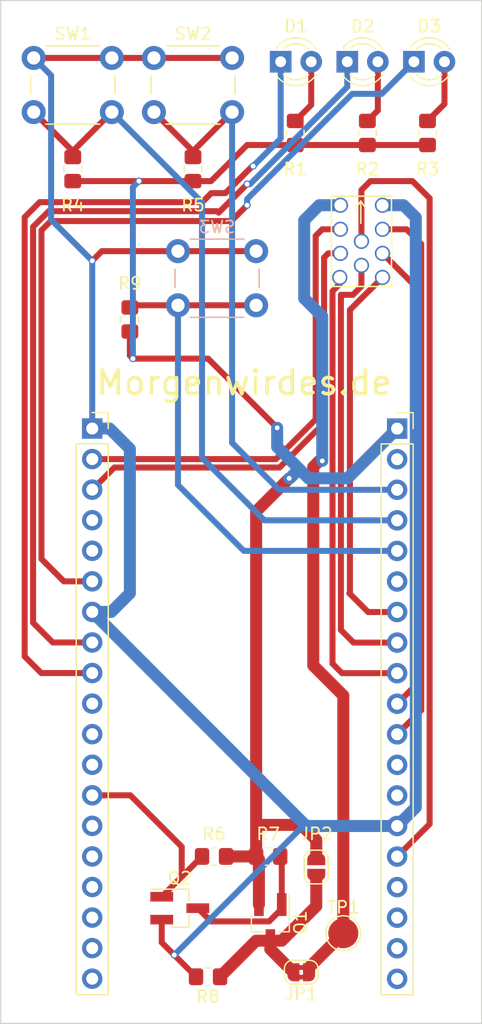
<source format=kicad_pcb>
(kicad_pcb (version 20211014) (generator pcbnew)
  (layers (0 "F.Cu" signal) (31 "B.Cu" signal) (34 "B.Paste" user) (35 "F.Paste" user) (36 "B.SilkS" user "B.Silkscreen") (37 "F.SilkS" user "F.Silkscreen") (38 "B.Mask" user) (39 "F.Mask" user) (44 "Edge.Cuts" user))
  (net 0 "")
  (net 1 "/GPIO27")
  (net 2 "Net-(D1-Pad2)")
  (net 3 "/GPIO32")
  (net 4 "Net-(D2-Pad2)")
  (net 5 "/GPIO33")
  (net 6 "Net-(D3-Pad2)")
  (net 7 "+3.3V")
  (net 8 "/ESP_EN")
  (net 9 "/GPI36")
  (net 10 "/GPI39")
  (net 11 "/GPI34")
  (net 12 "/GPI35")
  (net 13 "/GPIO25")
  (net 14 "/GPIO26")
  (net 15 "/GPIO14")
  (net 16 "/GPIO12")
  (net 17 "GND")
  (net 18 "/GPIO13")
  (net 19 "/GPIO9")
  (net 20 "/GPIO10")
  (net 21 "/GPIO11")
  (net 22 "+5V")
  (net 23 "/GPIO23")
  (net 24 "/GPIO22")
  (net 25 "/GPIO1")
  (net 26 "/GPIO3")
  (net 27 "/GPIO21")
  (net 28 "/GPIO19")
  (net 29 "/GPIO18")
  (net 30 "/GPIO5")
  (net 31 "/GPIO17")
  (net 32 "/GPIO16")
  (net 33 "/GPIO4")
  (net 34 "/GPIO0")
  (net 35 "/GPIO2")
  (net 36 "/GPIO15")
  (net 37 "/GPIO8")
  (net 38 "/GPIO7")
  (net 39 "/GPIO6")
  (net 40 "Net-(Q1-Pad1)")
  (net 41 "/ESL_PWR")
  (net 42 "/ESL_P")
  (footprint "Jumper:SolderJumper-2_P1.3mm_Bridged2Bar_RoundedPad1.0x1.5mm" (layer "F.Cu") (at 25 80.75 180)
    (fp_text reference "JP1" (at 0 -1.8) (layer "F.SilkS"))
    (fp_text value "SolderJumper_2_Bridged" hide)
    (fp_poly (pts (xy -0.25 -0.6) (xy 0.25 -0.6) (xy 0.25 -0.2) (xy -0.25 -0.2)) (layer "F.Cu") (width 0) (fill solid))
    (fp_poly (pts (xy -0.25 0.2) (xy 0.25 0.2) (xy 0.25 0.6) (xy -0.25 0.6)) (layer "F.Cu") (width 0) (fill solid))
    (fp_line (start 1.4 -0.3) (end 1.4 0.3) (layer "F.SilkS") (width 0.12))
    (fp_line (start -1.4 0.3) (end -1.4 -0.3) (layer "F.SilkS") (width 0.12))
    (fp_line (start -0.7 -1) (end 0.7 -1) (layer "F.SilkS") (width 0.12))
    (fp_line (start 0.7 1) (end -0.7 1) (layer "F.SilkS") (width 0.12))
    (fp_arc (start 1.4 0.3) (mid 1.194975 0.794975) (end 0.7 1) (layer "F.SilkS") (width 0.12))
    (fp_arc (start 0.7 -1) (mid 1.194975 -0.794975) (end 1.4 -0.3) (layer "F.SilkS") (width 0.12))
    (fp_arc (start -0.7 1) (mid -1.194975 0.794975) (end -1.4 0.3) (layer "F.SilkS") (width 0.12))
    (fp_arc (start -1.4 -0.3) (mid -1.194975 -0.794975) (end -0.7 -1) (layer "F.SilkS") (width 0.12))
    (pad "1" smd custom (at -0.65 0 180) (size 1 0.5) (layers "F.Cu" "F.Mask") (net 41 "/ESL_PWR") (options (clearance outline) (anchor rect)) (primitives (gr_circle (center 0 0.25) (end 0.5 0.25) (width 0) (fill yes)) (gr_circle (center 0 -0.25) (end 0.5 -0.25) (width 0) (fill yes)) (gr_poly (pts (xy 0.5 0.75) (xy 0 0.75) (xy 0 -0.75) (xy 0.5 -0.75)) (width 0) (fill yes))))
    (pad "2" smd custom (at 0.65 0 180) (size 1 0.5) (layers "F.Cu" "F.Mask") (net 42 "/ESL_P") (options (clearance outline) (anchor rect)) (primitives (gr_circle (center 0 0.25) (end 0.5 0.25) (width 0) (fill yes)) (gr_circle (center 0 -0.25) (end 0.5 -0.25) (width 0) (fill yes)) (gr_poly (pts (xy 0 0.75) (xy -0.5 0.75) (xy -0.5 -0.75) (xy 0 -0.75)) (width 0) (fill yes))))
  )
  (footprint "Resistor_SMD:R_0805_2012Metric_Pad1.20x1.40mm_HandSolder" (layer "F.Cu") (at 17.25 81.12 180)
    (fp_text reference "R8" (at 0 -1.65) (layer "F.SilkS"))
    (fp_text value "10k" hide)
    (fp_line (start -0.227064 -0.735) (end 0.227064 -0.735) (layer "F.SilkS") (width 0.12))
    (fp_line (start -0.227064 0.735) (end 0.227064 0.735) (layer "F.SilkS") (width 0.12))
    (pad "1" smd roundrect (at -1 0 180) (size 1.2 1.4) (layers "F.Cu" "F.Paste" "F.Mask") (roundrect_rratio 0.2083333333) (net 42 "/ESL_P"))
    (pad "2" smd roundrect (at 1 0 180) (size 1.2 1.4) (layers "F.Cu" "F.Paste" "F.Mask") (roundrect_rratio 0.2083333333) (net 17 "GND"))
  )
  (footprint "Resistor_SMD:R_0805_2012Metric_Pad1.20x1.40mm_HandSolder" (layer "F.Cu") (at 6 14 -90)
    (fp_text reference "R4" (at 3 0 180) (layer "F.SilkS"))
    (fp_text value "10k" hide)
    (fp_line (start -0.227064 -0.735) (end 0.227064 -0.735) (layer "F.SilkS") (width 0.12))
    (fp_line (start -0.227064 0.735) (end 0.227064 0.735) (layer "F.SilkS") (width 0.12))
    (pad "1" smd roundrect (at -1 0 270) (size 1.2 1.4) (layers "F.Cu" "F.Paste" "F.Mask") (roundrect_rratio 0.2083333333) (net 10 "/GPI39"))
    (pad "2" smd roundrect (at 1 0 270) (size 1.2 1.4) (layers "F.Cu" "F.Paste" "F.Mask") (roundrect_rratio 0.2083333333) (net 7 "+3.3V"))
  )
  (footprint "Button_Switch_THT:SW_PUSH_6mm" (layer "F.Cu") (at 2.75 4.765564)
    (fp_text reference "SW1" (at 3.25 -2) (layer "F.SilkS"))
    (fp_text value "SW_Push" hide)
    (fp_line (start -0.25 1.5) (end -0.25 3) (layer "F.SilkS") (width 0.12))
    (fp_line (start 1 5.5) (end 5.5 5.5) (layer "F.SilkS") (width 0.12))
    (fp_line (start 6.75 3) (end 6.75 1.5) (layer "F.SilkS") (width 0.12))
    (fp_line (start 5.5 -1) (end 1 -1) (layer "F.SilkS") (width 0.12))
    (pad "1" thru_hole circle (at 6.5 0 90) (size 2 2) (drill 1.1) (layers *.Cu *.Mask) (net 17 "GND"))
    (pad "1" thru_hole circle (at 0 0 90) (size 2 2) (drill 1.1) (layers *.Cu *.Mask) (net 17 "GND"))
    (pad "2" thru_hole circle (at 0 4.5 90) (size 2 2) (drill 1.1) (layers *.Cu *.Mask) (net 10 "/GPI39"))
    (pad "2" thru_hole circle (at 6.5 4.5 90) (size 2 2) (drill 1.1) (layers *.Cu *.Mask) (net 10 "/GPI39"))
  )
  (footprint "Connector_PinSocket_2.54mm:PinSocket_1x19_P2.54mm_Vertical" (layer "F.Cu") (at 7.62 35.56)
    (fp_text reference "J2" hide)
    (fp_text value "ESP32_Devkit_JR" hide)
    (fp_line (start -1.33 47.05) (end 1.33 47.05) (layer "F.SilkS") (width 0.12))
    (fp_line (start 1.33 -1.33) (end 1.33 0) (layer "F.SilkS") (width 0.12))
    (fp_line (start 0 -1.33) (end 1.33 -1.33) (layer "F.SilkS") (width 0.12))
    (fp_line (start -1.33 1.27) (end -1.33 47.05) (layer "F.SilkS") (width 0.12))
    (fp_line (start -1.33 1.27) (end 1.33 1.27) (layer "F.SilkS") (width 0.12))
    (fp_line (start 1.33 1.27) (end 1.33 47.05) (layer "F.SilkS") (width 0.12))
    (pad "1" thru_hole rect (at 0 0) (size 1.7 1.7) (drill 1) (layers *.Cu *.Mask) (net 17 "GND"))
    (pad "2" thru_hole oval (at 0 2.54) (size 1.7 1.7) (drill 1) (layers *.Cu *.Mask) (net 23 "/GPIO23"))
    (pad "3" thru_hole oval (at 0 5.08) (size 1.7 1.7) (drill 1) (layers *.Cu *.Mask) (net 24 "/GPIO22"))
    (pad "4" thru_hole oval (at 0 7.62) (size 1.7 1.7) (drill 1) (layers *.Cu *.Mask) (net 25 "/GPIO1"))
    (pad "5" thru_hole oval (at 0 10.16) (size 1.7 1.7) (drill 1) (layers *.Cu *.Mask) (net 26 "/GPIO3"))
    (pad "6" thru_hole oval (at 0 12.7) (size 1.7 1.7) (drill 1) (layers *.Cu *.Mask) (net 27 "/GPIO21"))
    (pad "7" thru_hole oval (at 0 15.24) (size 1.7 1.7) (drill 1) (layers *.Cu *.Mask) (net 17 "GND"))
    (pad "8" thru_hole oval (at 0 17.78) (size 1.7 1.7) (drill 1) (layers *.Cu *.Mask) (net 28 "/GPIO19"))
    (pad "9" thru_hole oval (at 0 20.32) (size 1.7 1.7) (drill 1) (layers *.Cu *.Mask) (net 29 "/GPIO18"))
    (pad "10" thru_hole oval (at 0 22.86) (size 1.7 1.7) (drill 1) (layers *.Cu *.Mask) (net 30 "/GPIO5"))
    (pad "11" thru_hole oval (at 0 25.4) (size 1.7 1.7) (drill 1) (layers *.Cu *.Mask) (net 31 "/GPIO17"))
    (pad "12" thru_hole oval (at 0 27.94) (size 1.7 1.7) (drill 1) (layers *.Cu *.Mask) (net 32 "/GPIO16"))
    (pad "13" thru_hole oval (at 0 30.48) (size 1.7 1.7) (drill 1) (layers *.Cu *.Mask) (net 33 "/GPIO4"))
    (pad "14" thru_hole oval (at 0 33.02) (size 1.7 1.7) (drill 1) (layers *.Cu *.Mask) (net 34 "/GPIO0"))
    (pad "15" thru_hole oval (at 0 35.56) (size 1.7 1.7) (drill 1) (layers *.Cu *.Mask) (net 35 "/GPIO2"))
    (pad "16" thru_hole oval (at 0 38.1) (size 1.7 1.7) (drill 1) (layers *.Cu *.Mask) (net 36 "/GPIO15"))
    (pad "17" thru_hole oval (at 0 40.64) (size 1.7 1.7) (drill 1) (layers *.Cu *.Mask) (net 37 "/GPIO8"))
    (pad "18" thru_hole oval (at 0 43.18) (size 1.7 1.7) (drill 1) (layers *.Cu *.Mask) (net 38 "/GPIO7"))
    (pad "19" thru_hole oval (at 0 45.72) (size 1.7 1.7) (drill 1) (layers *.Cu *.Mask) (net 39 "/GPIO6"))
  )
  (footprint "Package_TO_SOT_SMD:SOT-23_Handsoldering" (layer "F.Cu") (at 22.43 76.62 -90)
    (fp_text reference "Q1" (at 0 -2.5 90) (layer "F.SilkS"))
    (fp_text value "Q_PMOS_GDS" hide)
    (fp_line (start 0.76 1.58) (end -0.7 1.58) (layer "F.SilkS") (width 0.12))
    (fp_line (start 0.76 1.58) (end 0.76 0.65) (layer "F.SilkS") (width 0.12))
    (fp_line (start 0.76 -1.58) (end -2.4 -1.58) (layer "F.SilkS") (width 0.12))
    (fp_line (start 0.76 -1.58) (end 0.76 -0.65) (layer "F.SilkS") (width 0.12))
    (pad "1" smd rect (at -1.5 -0.95 270) (size 1.9 0.8) (layers "F.Cu" "F.Paste" "F.Mask") (net 40 "Net-(Q1-Pad1)"))
    (pad "2" smd rect (at -1.5 0.95 270) (size 1.9 0.8) (layers "F.Cu" "F.Paste" "F.Mask") (net 7 "+3.3V"))
    (pad "3" smd rect (at 1.5 0 270) (size 1.9 0.8) (layers "F.Cu" "F.Paste" "F.Mask") (net 42 "/ESL_P"))
  )
  (footprint "Resistor_SMD:R_0805_2012Metric_Pad1.20x1.40mm_HandSolder" (layer "F.Cu") (at 35.5 11 -90)
    (fp_text reference "R3" (at 3 0 -180) (layer "F.SilkS"))
    (fp_text value "1k" hide)
    (fp_line (start -0.227064 -0.735) (end 0.227064 -0.735) (layer "F.SilkS") (width 0.12))
    (fp_line (start -0.227064 0.735) (end 0.227064 0.735) (layer "F.SilkS") (width 0.12))
    (pad "1" smd roundrect (at -1 0 270) (size 1.2 1.4) (layers "F.Cu" "F.Paste" "F.Mask") (roundrect_rratio 0.2083333333) (net 6 "Net-(D3-Pad2)"))
    (pad "2" smd roundrect (at 1 0 270) (size 1.2 1.4) (layers "F.Cu" "F.Paste" "F.Mask") (roundrect_rratio 0.2083333333) (net 7 "+3.3V"))
  )
  (footprint "Resistor_SMD:R_0805_2012Metric_Pad1.20x1.40mm_HandSolder" (layer "F.Cu") (at 30.5 11 -90)
    (fp_text reference "R2" (at 3 0 -180) (layer "F.SilkS"))
    (fp_text value "1k" hide)
    (fp_line (start -0.227064 -0.735) (end 0.227064 -0.735) (layer "F.SilkS") (width 0.12))
    (fp_line (start -0.227064 0.735) (end 0.227064 0.735) (layer "F.SilkS") (width 0.12))
    (pad "1" smd roundrect (at -1 0 270) (size 1.2 1.4) (layers "F.Cu" "F.Paste" "F.Mask") (roundrect_rratio 0.2083333333) (net 4 "Net-(D2-Pad2)"))
    (pad "2" smd roundrect (at 1 0 270) (size 1.2 1.4) (layers "F.Cu" "F.Paste" "F.Mask") (roundrect_rratio 0.2083333333) (net 7 "+3.3V"))
  )
  (footprint "Resistor_SMD:R_0805_2012Metric_Pad1.20x1.40mm_HandSolder" (layer "F.Cu") (at 16 14 -90)
    (fp_text reference "R5" (at 3 0 180) (layer "F.SilkS"))
    (fp_text value "10k" hide)
    (fp_line (start -0.227064 -0.735) (end 0.227064 -0.735) (layer "F.SilkS") (width 0.12))
    (fp_line (start -0.227064 0.735) (end 0.227064 0.735) (layer "F.SilkS") (width 0.12))
    (pad "1" smd roundrect (at -1 0 270) (size 1.2 1.4) (layers "F.Cu" "F.Paste" "F.Mask") (roundrect_rratio 0.2083333333) (net 9 "/GPI36"))
    (pad "2" smd roundrect (at 1 0 270) (size 1.2 1.4) (layers "F.Cu" "F.Paste" "F.Mask") (roundrect_rratio 0.2083333333) (net 7 "+3.3V"))
  )
  (footprint "LED_THT:LED_D3.0mm" (layer "F.Cu") (at 23.29 5.08)
    (fp_text reference "D1" (at 1.27 -2.96) (layer "F.SilkS"))
    (fp_text value "R" hide)
    (fp_line (start -0.29 1.08) (end -0.29 1.236) (layer "F.SilkS") (width 0.12))
    (fp_line (start -0.29 -1.236) (end -0.29 -1.08) (layer "F.SilkS") (width 0.12))
    (fp_arc (start 0.229039 -1.08) (mid 1.270117 -1.5) (end 2.31113 -1.079837) (layer "F.SilkS") (width 0.12))
    (fp_arc (start -0.29 -1.235516) (mid 1.366487 -1.987659) (end 2.942335 -1.078608) (layer "F.SilkS") (width 0.12))
    (fp_arc (start 2.31113 1.079837) (mid 1.270117 1.5) (end 0.229039 1.08) (layer "F.SilkS") (width 0.12))
    (fp_arc (start 2.942335 1.078608) (mid 1.366487 1.987659) (end -0.29 1.235516) (layer "F.SilkS") (width 0.12))
    (pad "1" thru_hole rect (at 0 0) (size 1.8 1.8) (drill 0.9) (layers *.Cu *.Mask) (net 29 "/GPIO18"))
    (pad "2" thru_hole circle (at 2.54 0) (size 1.8 1.8) (drill 0.9) (layers *.Cu *.Mask) (net 2 "Net-(D1-Pad2)"))
  )
  (footprint "Resistor_SMD:R_0805_2012Metric_Pad1.20x1.40mm_HandSolder" (layer "F.Cu") (at 22.25 71.12)
    (fp_text reference "R7" (at 0 -1.87) (layer "F.SilkS"))
    (fp_text value "10k" hide)
    (fp_line (start -0.227064 0.735) (end 0.227064 0.735) (layer "F.SilkS") (width 0.12))
    (fp_line (start -0.227064 -0.735) (end 0.227064 -0.735) (layer "F.SilkS") (width 0.12))
    (pad "1" smd roundrect (at -1 0) (size 1.2 1.4) (layers "F.Cu" "F.Paste" "F.Mask") (roundrect_rratio 0.2083333333) (net 7 "+3.3V"))
    (pad "2" smd roundrect (at 1 0) (size 1.2 1.4) (layers "F.Cu" "F.Paste" "F.Mask") (roundrect_rratio 0.2083333333) (net 40 "Net-(Q1-Pad1)"))
  )
  (footprint "Connector_PinSocket_2.54mm:PinSocket_1x19_P2.54mm_Vertical" (layer "F.Cu") (at 32.975 35.57)
    (fp_text reference "J1" hide)
    (fp_text value "ESP32_Devkit_JL" hide)
    (fp_line (start -1.33 1.27) (end -1.33 47.05) (layer "F.SilkS") (width 0.12))
    (fp_line (start 1.33 1.27) (end 1.33 47.05) (layer "F.SilkS") (width 0.12))
    (fp_line (start 1.33 -1.33) (end 1.33 0) (layer "F.SilkS") (width 0.12))
    (fp_line (start 0 -1.33) (end 1.33 -1.33) (layer "F.SilkS") (width 0.12))
    (fp_line (start -1.33 1.27) (end 1.33 1.27) (layer "F.SilkS") (width 0.12))
    (fp_line (start -1.33 47.05) (end 1.33 47.05) (layer "F.SilkS") (width 0.12))
    (pad "1" thru_hole rect (at 0 0) (size 1.7 1.7) (drill 1) (layers *.Cu *.Mask) (net 7 "+3.3V"))
    (pad "2" thru_hole oval (at 0 2.54) (size 1.7 1.7) (drill 1) (layers *.Cu *.Mask) (net 8 "/ESP_EN"))
    (pad "3" thru_hole oval (at 0 5.08) (size 1.7 1.7) (drill 1) (layers *.Cu *.Mask) (net 9 "/GPI36"))
    (pad "4" thru_hole oval (at 0 7.62) (size 1.7 1.7) (drill 1) (layers *.Cu *.Mask) (net 10 "/GPI39"))
    (pad "5" thru_hole oval (at 0 10.16) (size 1.7 1.7) (drill 1) (layers *.Cu *.Mask) (net 11 "/GPI34"))
    (pad "6" thru_hole oval (at 0 12.7) (size 1.7 1.7) (drill 1) (layers *.Cu *.Mask) (net 12 "/GPI35"))
    (pad "7" thru_hole oval (at 0 15.24) (size 1.7 1.7) (drill 1) (layers *.Cu *.Mask) (net 3 "/GPIO32"))
    (pad "8" thru_hole oval (at 0 17.78) (size 1.7 1.7) (drill 1) (layers *.Cu *.Mask) (net 5 "/GPIO33"))
    (pad "9" thru_hole oval (at 0 20.32) (size 1.7 1.7) (drill 1) (layers *.Cu *.Mask) (net 13 "/GPIO25"))
    (pad "10" thru_hole oval (at 0 22.86) (size 1.7 1.7) (drill 1) (layers *.Cu *.Mask) (net 14 "/GPIO26"))
    (pad "11" thru_hole oval (at 0 25.4) (size 1.7 1.7) (drill 1) (layers *.Cu *.Mask) (net 1 "/GPIO27"))
    (pad "12" thru_hole oval (at 0 27.94) (size 1.7 1.7) (drill 1) (layers *.Cu *.Mask) (net 15 "/GPIO14"))
    (pad "13" thru_hole oval (at 0 30.48) (size 1.7 1.7) (drill 1) (layers *.Cu *.Mask) (net 16 "/GPIO12"))
    (pad "14" thru_hole oval (at 0 33.02) (size 1.7 1.7) (drill 1) (layers *.Cu *.Mask) (net 17 "GND"))
    (pad "15" thru_hole oval (at 0 35.56) (size 1.7 1.7) (drill 1) (layers *.Cu *.Mask) (net 18 "/GPIO13"))
    (pad "16" thru_hole oval (at 0 38.1) (size 1.7 1.7) (drill 1) (layers *.Cu *.Mask) (net 19 "/GPIO9"))
    (pad "17" thru_hole oval (at 0 40.64) (size 1.7 1.7) (drill 1) (layers *.Cu *.Mask) (net 20 "/GPIO10"))
    (pad "18" thru_hole oval (at 0 43.18) (size 1.7 1.7) (drill 1) (layers *.Cu *.Mask) (net 21 "/GPIO11"))
    (pad "19" thru_hole oval (at 0 45.72) (size 1.7 1.7) (drill 1) (layers *.Cu *.Mask) (net 22 "+5V"))
  )
  (footprint "Package_TO_SOT_SMD:SOT-23_Handsoldering" (layer "F.Cu") (at 14.9 75.42)
    (fp_text reference "Q2" (at 0 -2.5) (layer "F.SilkS"))
    (fp_text value "Q_NMOS_GSD" hide)
    (fp_line (start 0.76 -1.58) (end 0.76 -0.65) (layer "F.SilkS") (width 0.12))
    (fp_line (start 0.76 -1.58) (end -2.4 -1.58) (layer "F.SilkS") (width 0.12))
    (fp_line (start 0.76 1.58) (end -0.7 1.58) (layer "F.SilkS") (width 0.12))
    (fp_line (start 0.76 1.58) (end 0.76 0.65) (layer "F.SilkS") (width 0.12))
    (pad "1" smd rect (at -1.5 -0.95) (size 1.9 0.8) (layers "F.Cu" "F.Paste" "F.Mask") (net 33 "/GPIO4"))
    (pad "2" smd rect (at -1.5 0.95) (size 1.9 0.8) (layers "F.Cu" "F.Paste" "F.Mask") (net 17 "GND"))
    (pad "3" smd rect (at 1.5 0) (size 1.9 0.8) (layers "F.Cu" "F.Paste" "F.Mask") (net 40 "Net-(Q1-Pad1)"))
  )
  (footprint "Resistor_SMD:R_0805_2012Metric_Pad1.20x1.40mm_HandSolder" (layer "F.Cu") (at 24.5 11 -90)
    (fp_text reference "R1" (at 3 0 -180) (layer "F.SilkS"))
    (fp_text value "1k" hide)
    (fp_line (start -0.227064 -0.735) (end 0.227064 -0.735) (layer "F.SilkS") (width 0.12))
    (fp_line (start -0.227064 0.735) (end 0.227064 0.735) (layer "F.SilkS") (width 0.12))
    (pad "1" smd roundrect (at -1 0 270) (size 1.2 1.4) (layers "F.Cu" "F.Paste" "F.Mask") (roundrect_rratio 0.2083333333) (net 2 "Net-(D1-Pad2)"))
    (pad "2" smd roundrect (at 1 0 270) (size 1.2 1.4) (layers "F.Cu" "F.Paste" "F.Mask") (roundrect_rratio 0.2083333333) (net 7 "+3.3V"))
  )
  (footprint "Jumper:SolderJumper-2_P1.3mm_Open_RoundedPad1.0x1.5mm" (layer "F.Cu") (at 26.25 72 90)
    (fp_text reference "JP2" (at 2.75 0 180) (layer "F.SilkS"))
    (fp_text value "SolderJumper_2_Open" hide)
    (fp_line (start 1.4 -0.3) (end 1.4 0.3) (layer "F.SilkS") (width 0.12))
    (fp_line (start -0.7 -1) (end 0.7 -1) (layer "F.SilkS") (width 0.12))
    (fp_line (start -1.4 0.3) (end -1.4 -0.3) (layer "F.SilkS") (width 0.12))
    (fp_line (start 0.7 1) (end -0.7 1) (layer "F.SilkS") (width 0.12))
    (fp_arc (start 1.4 0.3) (mid 1.194975 0.794975) (end 0.7 1) (layer "F.SilkS") (width 0.12))
    (fp_arc (start 0.7 -1) (mid 1.194975 -0.794975) (end 1.4 -0.3) (layer "F.SilkS") (width 0.12))
    (fp_arc (start -1.4 -0.3) (mid -1.194975 -0.794975) (end -0.7 -1) (layer "F.SilkS") (width 0.12))
    (fp_arc (start -0.7 1) (mid -1.194975 0.794975) (end -1.4 0.3) (layer "F.SilkS") (width 0.12))
    (pad "1" smd custom (at -0.65 0 90) (size 1 0.5) (layers "F.Cu" "F.Mask") (net 42 "/ESL_P") (options (clearance outline) (anchor rect)) (primitives (gr_circle (center 0 0.25) (end 0.5 0.25) (width 0) (fill yes)) (gr_circle (center 0 -0.25) (end 0.5 -0.25) (width 0) (fill yes)) (gr_poly (pts (xy 0.5 0.75) (xy 0 0.75) (xy 0 -0.75) (xy 0.5 -0.75)) (width 0) (fill yes))))
    (pad "2" smd custom (at 0.65 0 90) (size 1 0.5) (layers "F.Cu" "F.Mask") (net 7 "+3.3V") (options (clearance outline) (anchor rect)) (primitives (gr_circle (center 0 0.25) (end 0.5 0.25) (width 0) (fill yes)) (gr_circle (center 0 -0.25) (end 0.5 -0.25) (width 0) (fill yes)) (gr_poly (pts (xy 0 0.75) (xy -0.5 0.75) (xy -0.5 -0.75) (xy 0 -0.75)) (width 0) (fill yes))))
  )
  (footprint "esl:SOLUM_ZBS_DEBUG" (layer "F.Cu") (at 30 20 -90)
    (fp_text reference "U1" hide)
    (fp_text value "ESL-connector" hide)
    (fp_line (start -3.345 0.044) (end -2.745 -0.356) (layer "F.SilkS") (width 0.127))
    (fp_line (start 3.755 -2.506) (end 3.755 2.494) (layer "F.SilkS") (width 0.127))
    (fp_line (start -3.745 2.494) (end 3.755 2.494) (layer "F.SilkS") (width 0.127))
    (fp_line (start -3.745 -2.506) (end 3.755 -2.506) (layer "F.SilkS") (width 0.127))
    (fp_line (start -3.345 0.044) (end -2.745 0.444) (layer "F.SilkS") (width 0.127))
    (fp_line (start -3.345 0.044) (end -1.495 0.044) (layer "F.SilkS") (width 0.127))
    (fp_line (start -3.745 -2.506) (end -3.745 2.494) (layer "F.SilkS") (width 0.127))
    (pad "1" thru_hole circle (at -2.995 1.744 270) (size 1.27 1.27) (drill 1) (layers *.Cu *.Mask) (net 41 "/ESL_PWR"))
    (pad "2" thru_hole circle (at -0.995 1.744 270) (size 1.27 1.27) (drill 1) (layers *.Cu *.Mask) (net 23 "/GPIO23"))
    (pad "3" thru_hole circle (at 1.005 1.744 270) (size 1.27 1.27) (drill 1) (layers *.Cu *.Mask) (net 24 "/GPIO22"))
    (pad "4" thru_hole circle (at 3.005 1.794 270) (size 1.27 1.27) (drill 1) (layers *.Cu *.Mask) (net 13 "/GPIO25"))
    (pad "5" thru_hole circle (at 0.005 -0.006 270) (size 1.27 1.27) (drill 1) (layers *.Cu *.Mask) (net 18 "/GPIO13"))
    (pad "6" thru_hole circle (at 2.005 -0.006 270) (size 1.27 1.27) (drill 1) (layers *.Cu *.Mask) (net 5 "/GPIO33"))
    (pad "7" thru_hole circle (at -2.995 -1.756 270) (size 1.27 1.27) (drill 1) (layers *.Cu *.Mask) (net 17 "GND"))
    (pad "8" thru_hole circle (at -0.995 -1.756 270) (size 1.27 1.27) (drill 1) (layers *.Cu *.Mask) (net 1 "/GPIO27"))
    (pad "9" thru_hole circle (at 1.005 -1.756 270) (size 1.27 1.27) (drill 1) (layers *.Cu *.Mask) (net 14 "/GPIO26"))
    (pad "10" thru_hole circle (at 3.005 -1.756 270) (size 1.27 1.27) (drill 1) (layers *.Cu *.Mask) (net 3 "/GPIO32"))
  )
  (footprint "TestPoint:TestPoint_Pad_D2.5mm" (layer "F.Cu") (at 28.5 77.5)
    (fp_text reference "TP1" (at 0 -2.148) (layer "F.SilkS"))
    (fp_text value "TestPoint" hide)
    (fp_circle (center 0 0) (end 0 1.45) (layer "F.SilkS") (width 0.12) (fill none))
    (pad "1" smd circle (at 0 0) (size 2.5 2.5) (layers "F.Cu" "F.Mask") (net 41 "/ESL_PWR"))
  )
  (footprint "LED_THT:LED_D3.0mm" (layer "F.Cu") (at 28.83 5.08)
    (fp_text reference "D2" (at 1.27 -2.96) (layer "F.SilkS"))
    (fp_text value "Y" hide)
    (fp_line (start -0.29 -1.236) (end -0.29 -1.08) (layer "F.SilkS") (width 0.12))
    (fp_line (start -0.29 1.08) (end -0.29 1.236) (layer "F.SilkS") (width 0.12))
    (fp_arc (start 2.942335 1.078608) (mid 1.366487 1.987659) (end -0.29 1.235516) (layer "F.SilkS") (width 0.12))
    (fp_arc (start 2.31113 1.079837) (mid 1.270117 1.5) (end 0.229039 1.08) (layer "F.SilkS") (width 0.12))
    (fp_arc (start -0.29 -1.235516) (mid 1.366487 -1.987659) (end 2.942335 -1.078608) (layer "F.SilkS") (width 0.12))
    (fp_arc (start 0.229039 -1.08) (mid 1.270117 -1.5) (end 2.31113 -1.079837) (layer "F.SilkS") (width 0.12))
    (pad "1" thru_hole rect (at 0 0) (size 1.8 1.8) (drill 0.9) (layers *.Cu *.Mask) (net 28 "/GPIO19"))
    (pad "2" thru_hole circle (at 2.54 0) (size 1.8 1.8) (drill 0.9) (layers *.Cu *.Mask) (net 4 "Net-(D2-Pad2)"))
  )
  (footprint "Resistor_SMD:R_0805_2012Metric_Pad1.20x1.40mm_HandSolder" (layer "F.Cu") (at 10.75 26.5 -90)
    (fp_text reference "R9" (at -3 0 180) (layer "F.SilkS"))
    (fp_text value "10k" hide)
    (fp_line (start -0.227064 0.735) (end 0.227064 0.735) (layer "F.SilkS") (width 0.12))
    (fp_line (start -0.227064 -0.735) (end 0.227064 -0.735) (layer "F.SilkS") (width 0.12))
    (pad "1" smd roundrect (at -1 0 270) (size 1.2 1.4) (layers "F.Cu" "F.Paste" "F.Mask") (roundrect_rratio 0.2083333333) (net 11 "/GPI34"))
    (pad "2" smd roundrect (at 1 0 270) (size 1.2 1.4) (layers "F.Cu" "F.Paste" "F.Mask") (roundrect_rratio 0.2083333333) (net 7 "+3.3V"))
  )
  (footprint "Button_Switch_THT:SW_PUSH_6mm" (layer "F.Cu") (at 12.75 4.765564)
    (fp_text reference "SW2" (at 3.25 -2) (layer "F.SilkS"))
    (fp_text value "SW_Push" hide)
    (fp_line (start 1 5.5) (end 5.5 5.5) (layer "F.SilkS") (width 0.12))
    (fp_line (start -0.25 1.5) (end -0.25 3) (layer "F.SilkS") (width 0.12))
    (fp_line (start 6.75 3) (end 6.75 1.5) (layer "F.SilkS") (width 0.12))
    (fp_line (start 5.5 -1) (end 1 -1) (layer "F.SilkS") (width 0.12))
    (pad "1" thru_hole circle (at 6.5 0 90) (size 2 2) (drill 1.1) (layers *.Cu *.Mask) (net 17 "GND"))
    (pad "1" thru_hole circle (at 0 0 90) (size 2 2) (drill 1.1) (layers *.Cu *.Mask) (net 17 "GND"))
    (pad "2" thru_hole circle (at 6.5 4.5 90) (size 2 2) (drill 1.1) (layers *.Cu *.Mask) (net 9 "/GPI36"))
    (pad "2" thru_hole circle (at 0 4.5 90) (size 2 2) (drill 1.1) (layers *.Cu *.Mask) (net 9 "/GPI36"))
  )
  (footprint "LED_THT:LED_D3.0mm" (layer "F.Cu") (at 34.37 5.08)
    (fp_text reference "D3" (at 1.27 -2.96) (layer "F.SilkS"))
    (fp_text value "G" hide)
    (fp_line (start -0.29 1.08) (end -0.29 1.236) (layer "F.SilkS") (width 0.12))
    (fp_line (start -0.29 -1.236) (end -0.29 -1.08) (layer "F.SilkS") (width 0.12))
    (fp_arc (start 2.942335 1.078608) (mid 1.366487 1.987659) (end -0.29 1.235516) (layer "F.SilkS") (width 0.12))
    (fp_arc (start -0.29 -1.235516) (mid 1.366487 -1.987659) (end 2.942335 -1.078608) (layer "F.SilkS") (width 0.12))
    (fp_arc (start 0.229039 -1.08) (mid 1.270117 -1.5) (end 2.31113 -1.079837) (layer "F.SilkS") (width 0.12))
    (fp_arc (start 2.31113 1.079837) (mid 1.270117 1.5) (end 0.229039 1.08) (layer "F.SilkS") (width 0.12))
    (pad "1" thru_hole rect (at 0 0) (size 1.8 1.8) (drill 0.9) (layers *.Cu *.Mask) (net 27 "/GPIO21"))
    (pad "2" thru_hole circle (at 2.54 0) (size 1.8 1.8) (drill 0.9) (layers *.Cu *.Mask) (net 6 "Net-(D3-Pad2)"))
  )
  (footprint "Resistor_SMD:R_0805_2012Metric_Pad1.20x1.40mm_HandSolder" (layer "F.Cu") (at 17.75 71.12 180)
    (fp_text reference "R6" (at 0 1.87) (layer "F.SilkS"))
    (fp_text value "10k" hide)
    (fp_line (start -0.227064 -0.735) (end 0.227064 -0.735) (layer "F.SilkS") (width 0.12))
    (fp_line (start -0.227064 0.735) (end 0.227064 0.735) (layer "F.SilkS") (width 0.12))
    (pad "1" smd roundrect (at -1 0 180) (size 1.2 1.4) (layers "F.Cu" "F.Paste" "F.Mask") (roundrect_rratio 0.2083333333) (net 7 "+3.3V"))
    (pad "2" smd roundrect (at 1 0 180) (size 1.2 1.4) (layers "F.Cu" "F.Paste" "F.Mask") (roundrect_rratio 0.2083333333) (net 33 "/GPIO4"))
  )
  (footprint "Button_Switch_THT:SW_PUSH_6mm" (layer "B.Cu") (at 21.25 20.82 180)
    (fp_text reference "SW3" (at 3.25 2) (layer "B.SilkS") (effects (justify mirror)))
    (fp_text value "SW_Push" hide)
    (fp_line (start 6.75 -3) (end 6.75 -1.5) (layer "B.SilkS") (width 0.12))
    (fp_line (start 1 -5.5) (end 5.5 -5.5) (layer "B.SilkS") (width 0.12))
    (fp_line (start -0.25 -1.5) (end -0.25 -3) (layer "B.SilkS") (width 0.12))
    (fp_line (start 5.5 1) (end 1 1) (layer "B.SilkS") (width 0.12))
    (pad "1" thru_hole circle locked (at 6.5 0 90) (size 2 2) (drill 1.1) (layers *.Cu *.Mask) (net 17 "GND"))
    (pad "1" thru_hole circle (at 0 0 90) (size 2 2) (drill 1.1) (layers *.Cu *.Mask) (net 17 "GND"))
    (pad "2" thru_hole circle (at 6.5 -4.5 90) (size 2 2) (drill 1.1) (layers *.Cu *.Mask) (net 11 "/GPI34"))
    (pad "2" thru_hole circle (at 0 -4.5 90) (size 2 2) (drill 1.1) (layers *.Cu *.Mask) (net 11 "/GPI34"))
  )
  (gr_line (start 0 85) (end 0 0) (layer "Edge.Cuts") (width 0.1))
  (gr_line (start 40 85) (end 0 85) (layer "Edge.Cuts") (width 0.1))
  (gr_line (start 40 0) (end 40 85) (layer "Edge.Cuts") (width 0.1))
  (gr_line (start 0 0) (end 40 0) (layer "Edge.Cuts") (width 0.1))
  (gr_text "Morgenwirdes.de" (at 20.25 31.75) (layer "F.SilkS") (effects (font (size 2 2) (thickness 0.3))))
  (segment (start 34.975 20.225) (end 33.755 19.005) (width 0.5) (layer "F.Cu") (net 1))
  (segment (start 33.755 19.005) (end 31.756 19.005) (width 0.5) (layer "F.Cu") (net 1))
  (segment (start 34.975 58.97) (end 34.975 20.225) (width 0.5) (layer "F.Cu") (net 1))
  (segment (start 32.975 60.97) (end 34.975 58.97) (width 0.5) (layer "F.Cu") (net 1))
  (segment (start 25.83 8.67) (end 24.5 10) (width 0.5) (layer "F.Cu") (net 2))
  (segment (start 25.83 5.08) (end 25.83 8.67) (width 0.5) (layer "F.Cu") (net 2))
  (segment (start 30.671 24.09) (end 31.756 23.005) (width 0.5) (layer "F.Cu") (net 3))
  (segment (start 29.05 49.2) (end 29.05 25.7) (width 0.5) (layer "F.Cu") (net 3))
  (segment (start 30.66 24.09) (end 30.671 24.09) (width 0.5) (layer "F.Cu") (net 3))
  (segment (start 29 49.25) (end 29.05 49.2) (width 0.5) (layer "F.Cu") (net 3))
  (segment (start 29.05 25.7) (end 30.66 24.09) (width 0.5) (layer "F.Cu") (net 3))
  (segment (start 32.975 50.81) (end 30.56 50.81) (width 0.5) (layer "F.Cu") (net 3))
  (segment (start 30.56 50.81) (end 29 49.25) (width 0.5) (layer "F.Cu") (net 3))
  (segment (start 31.37 9.13) (end 30.5 10) (width 0.5) (layer "F.Cu") (net 4))
  (segment (start 31.37 5.08) (end 31.37 9.13) (width 0.5) (layer "F.Cu") (net 4))
  (segment (start 28.3 24.45) (end 29.3 24.45) (width 0.5) (layer "F.Cu") (net 5))
  (segment (start 32.975 53.35) (end 29.35 53.35) (width 0.5) (layer "F.Cu") (net 5))
  (segment (start 30.006 23.244) (end 30.006 22.005) (width 0.5) (layer "F.Cu") (net 5))
  (segment (start 29.3 24.45) (end 30 23.75) (width 0.5) (layer "F.Cu") (net 5))
  (segment (start 30 23.25) (end 30.006 23.244) (width 0.5) (layer "F.Cu") (net 5))
  (segment (start 29.35 53.35) (end 28.3 52.3) (width 0.5) (layer "F.Cu") (net 5))
  (segment (start 28.3 52.3) (end 28.3 24.45) (width 0.5) (layer "F.Cu") (net 5))
  (segment (start 30 23.75) (end 30 23.25) (width 0.5) (layer "F.Cu") (net 5))
  (segment (start 36.91 8.59) (end 35.5 10) (width 0.5) (layer "F.Cu") (net 6))
  (segment (start 36.91 5.08) (end 36.91 8.59) (width 0.5) (layer "F.Cu") (net 6))
  (segment (start 17.5 15) (end 16 15) (width 0.5) (layer "F.Cu") (net 7))
  (segment (start 21.48 75.12) (end 21.48 71.35) (width 1) (layer "F.Cu") (net 7))
  (segment (start 26.25 69.75) (end 26.25 71.35) (width 1) (layer "F.Cu") (net 7))
  (segment (start 21.25 68.5) (end 25 68.5) (width 1) (layer "F.Cu") (net 7))
  (segment (start 24.5 12) (end 20.5 12) (width 0.5) (layer "F.Cu") (net 7))
  (segment (start 10.75 27.5) (end 10.75 29.5) (width 0.5) (layer "F.Cu") (net 7))
  (segment (start 20.5 12) (end 17.5 15) (width 0.5) (layer "F.Cu") (net 7))
  (segment (start 11 29.75) (end 17.25 29.75) (width 0.5) (layer "F.Cu") (net 7))
  (segment (start 21.48 71.35) (end 21.25 71.12) (width 1) (layer "F.Cu") (net 7))
  (segment (start 17.25 29.75) (end 23 35.5) (width 0.5) (layer "F.Cu") (net 7))
  (segment (start 35.5 12) (end 30.5 12) (width 0.5) (layer "F.Cu") (net 7))
  (segment (start 25 68.5) (end 26.25 69.75) (width 1) (layer "F.Cu") (net 7))
  (segment (start 21.25 42.45) (end 21.25 68.5) (width 1) (layer "F.Cu") (net 7))
  (segment (start 21.25 71.12) (end 18.75 71.12) (width 1) (layer "F.Cu") (net 7))
  (segment (start 6 15) (end 11.5 15) (width 0.5) (layer "F.Cu") (net 7))
  (segment (start 24 39.7) (end 21.25 42.45) (width 1) (layer "F.Cu") (net 7))
  (segment (start 10.75 29.5) (end 11 29.75) (width 0.5) (layer "F.Cu") (net 7))
  (segment (start 21.25 68.5) (end 21.25 71.12) (width 1) (layer "F.Cu") (net 7))
  (segment (start 13 15) (end 16 15) (width 0.5) (layer "F.Cu") (net 7))
  (segment (start 30.5 12) (end 24.5 12) (width 0.5) (layer "F.Cu") (net 7))
  (segment (start 11.5 15) (end 13 15) (width 0.5) (layer "F.Cu") (net 7))
  (via (at 23 35.5) (size 0.6) (drill 0.4) (layers "F.Cu" "B.Cu") (net 7))
  (via (at 24 39.7) (size 0.6) (drill 0.4) (layers "F.Cu" "B.Cu") (net 7))
  (via (at 11 29.75) (size 0.6) (drill 0.4) (layers "F.Cu" "B.Cu") (net 7))
  (via (at 11.5 15) (size 0.6) (drill 0.4) (layers "F.Cu" "B.Cu") (net 7))
  (segment (start 23 37.093502) (end 23 35.5) (width 1) (layer "B.Cu") (net 7))
  (segment (start 24.828249 38.921751) (end 24.05 39.7) (width 1) (layer "B.Cu") (net 7))
  (segment (start 25.606498 39.7) (end 24.828249 38.921751) (width 1) (layer "B.Cu") (net 7))
  (segment (start 24.828249 38.921751) (end 23 37.093502) (width 1) (layer "B.Cu") (net 7))
  (segment (start 32.975 35.57) (end 28.845 39.7) (width 1) (layer "B.Cu") (net 7))
  (segment (start 24.05 39.7) (end 24 39.7) (width 1) (layer "B.Cu") (net 7))
  (segment (start 11 15.5) (end 11.5 15) (width 0.5) (layer "B.Cu") (net 7))
  (segment (start 28.845 39.7) (end 25.606498 39.7) (width 1) (layer "B.Cu") (net 7))
  (segment (start 11 29.75) (end 11 15.5) (width 0.5) (layer "B.Cu") (net 7))
  (segment (start 16 12.515564) (end 16 13) (width 0.5) (layer "F.Cu") (net 9))
  (segment (start 12.75 9.265564) (end 16 12.515564) (width 0.5) (layer "F.Cu") (net 9))
  (segment (start 19.25 9.265564) (end 16 12.515564) (width 0.5) (layer "F.Cu") (net 9))
  (segment (start 32.975 40.65) (end 23.15 40.65) (width 0.5) (layer "B.Cu") (net 9))
  (segment (start 19.25 36.75) (end 19.25 9.265564) (width 0.5) (layer "B.Cu") (net 9))
  (segment (start 23.15 40.65) (end 19.25 36.75) (width 0.5) (layer "B.Cu") (net 9))
  (segment (start 6 12.515564) (end 6 13) (width 0.5) (layer "F.Cu") (net 10))
  (segment (start 2.75 9.265564) (end 6 12.515564) (width 0.5) (layer "F.Cu") (net 10))
  (segment (start 9.25 9.265564) (end 6 12.515564) (width 0.5) (layer "F.Cu") (net 10))
  (segment (start 21.94 43.19) (end 16.75 38) (width 0.5) (layer "B.Cu") (net 10))
  (segment (start 32.975 43.19) (end 21.94 43.19) (width 0.5) (layer "B.Cu") (net 10))
  (segment (start 16.75 38) (end 16.75 16.765564) (width 0.5) (layer "B.Cu") (net 10))
  (segment (start 16.75 16.765564) (end 9.25 9.265564) (width 0.5) (layer "B.Cu") (net 10))
  (segment (start 14.75 25.32) (end 11.32 25.32) (width 0.5) (layer "F.Cu") (net 11))
  (segment (start 21.25 25.32) (end 14.75 25.32) (width 0.5) (layer "F.Cu") (net 11))
  (segment (start 14.75 40.25) (end 14.75 25.32) (width 0.5) (layer "B.Cu") (net 11))
  (segment (start 20.23 45.73) (end 14.75 40.25) (width 0.5) (layer "B.Cu") (net 11))
  (segment (start 32.975 45.73) (end 20.23 45.73) (width 0.5) (layer "B.Cu") (net 11))
  (segment (start 28.206 23.005) (end 28.206 23.544) (width 0.5) (layer "F.Cu") (net 13))
  (segment (start 27.6 55.1) (end 28.39 55.89) (width 0.5) (layer "F.Cu") (net 13))
  (segment (start 28.39 55.89) (end 32.975 55.89) (width 0.5) (layer "F.Cu") (net 13))
  (segment (start 27.6 24.15) (end 27.6 55.1) (width 0.5) (layer "F.Cu") (net 13))
  (segment (start 28.206 23.544) (end 27.6 24.15) (width 0.5) (layer "F.Cu") (net 13))
  (segment (start 34.275 57.13) (end 34.275 23.524) (width 0.5) (layer "F.Cu") (net 14))
  (segment (start 32.975 58.43) (end 34.275 57.13) (width 0.5) (layer "F.Cu") (net 14))
  (segment (start 34.275 23.524) (end 31.756 21.005) (width 0.5) (layer "F.Cu") (net 14))
  (segment (start 13.4 78.27) (end 13.4 76.37) (width 0.5) (layer "F.Cu") (net 17))
  (segment (start 8.42 20.82) (end 7.62 21.62) (width 0.5) (layer "F.Cu") (net 17))
  (segment (start 9.25 4.765564) (end 2.75 4.765564) (width 0.5) (layer "F.Cu") (net 17))
  (segment (start 16.25 81.12) (end 14.44 79.31) (width 0.5) (layer "F.Cu") (net 17))
  (segment (start 14.75 20.82) (end 8.42 20.82) (width 0.5) (layer "F.Cu") (net 17))
  (segment (start 12.75 4.765564) (end 9.25 4.765564) (width 0.5) (layer "F.Cu") (net 17))
  (segment (start 14.44 79.31) (end 13.4 78.27) (width 0.5) (layer "F.Cu") (net 17))
  (segment (start 14.75 20.82) (end 21.25 20.82) (width 0.5) (layer "F.Cu") (net 17))
  (segment (start 19.25 4.765564) (end 12.75 4.765564) (width 0.5) (layer "F.Cu") (net 17))
  (via (at 14.44 79.31) (size 0.6) (drill 0.4) (layers "F.Cu" "B.Cu") (net 17))
  (via (at 7.62 21.62) (size 0.6) (drill 0.4) (layers "F.Cu" "B.Cu") (net 17))
  (segment (start 9.2 50.8) (end 10.75 49.25) (width 1) (layer "B.Cu") (net 17))
  (segment (start 10.75 49.25) (end 10.75 37.25) (width 1) (layer "B.Cu") (net 17))
  (segment (start 25.41 68.59) (end 25.16 68.59) (width 0.5) (layer "B.Cu") (net 17))
  (segment (start 6.82 20.82) (end 7.62 21.62) (width 0.5) (layer "B.Cu") (net 17))
  (segment (start 33.505 17.005) (end 31.756 17.005) (width 1) (layer "B.Cu") (net 17))
  (segment (start 9.06 35.56) (end 7.62 35.56) (width 1) (layer "B.Cu") (net 17))
  (segment (start 7.62 50.8) (end 9.2 50.8) (width 1) (layer "B.Cu") (net 17))
  (segment (start 4.2 6.215564) (end 2.75 4.765564) (width 0.5) (layer "B.Cu") (net 17))
  (segment (start 34.525 18.025) (end 33.505 17.005) (width 1) (layer "B.Cu") (net 17))
  (segment (start 10.75 37.25) (end 9.06 35.56) (width 1) (layer "B.Cu") (net 17))
  (segment (start 32.975 68.59) (end 25.41 68.59) (width 1) (layer "B.Cu") (net 17))
  (segment (start 25.16 68.59) (end 14.44 79.31) (width 0.5) (layer "B.Cu") (net 17))
  (segment (start 6.82 20.82) (end 4.2 18.2) (width 0.5) (layer "B.Cu") (net 17))
  (segment (start 34.525 67.04) (end 34.525 18.025) (width 1) (layer "B.Cu") (net 17))
  (segment (start 7.62 50.8) (end 25.41 68.59) (width 1) (layer "B.Cu") (net 17))
  (segment (start 7.62 21.62) (end 7.62 35.56) (width 0.5) (layer "B.Cu") (net 17))
  (segment (start 32.975 68.59) (end 34.525 67.04) (width 1) (layer "B.Cu") (net 17))
  (segment (start 4.2 18.2) (end 4.2 6.215564) (width 0.5) (layer "B.Cu") (net 17))
  (segment (start 30.006 20.005) (end 30.006 15.744) (width 0.5) (layer "F.Cu") (net 18))
  (segment (start 35.675 16.425) (end 35.675 68.43) (width 0.5) (layer "F.Cu") (net 18))
  (segment (start 34.25 15) (end 35.675 16.425) (width 0.5) (layer "F.Cu") (net 18))
  (segment (start 30.006 15.744) (end 30.75 15) (width 0.5) (layer "F.Cu") (net 18))
  (segment (start 35.675 68.43) (end 32.975 71.13) (width 0.5) (layer "F.Cu") (net 18))
  (segment (start 30.75 15) (end 34.25 15) (width 0.5) (layer "F.Cu") (net 18))
  (segment (start 26.2 34.8) (end 26.2 19.55) (width 0.5) (layer "F.Cu") (net 23))
  (segment (start 26.745 19.005) (end 28.256 19.005) (width 0.5) (layer "F.Cu") (net 23))
  (segment (start 26.2 19.55) (end 26.745 19.005) (width 0.5) (layer "F.Cu") (net 23))
  (segment (start 22.9 38.1) (end 26.2 34.8) (width 0.5) (layer "F.Cu") (net 23))
  (segment (start 7.62 38.1) (end 22.9 38.1) (width 0.5) (layer "F.Cu") (net 23))
  (segment (start 9.46 38.8) (end 7.62 40.64) (width 0.5) (layer "F.Cu") (net 24))
  (segment (start 26.9 35.1) (end 23.2 38.8) (width 0.5) (layer "F.Cu") (net 24))
  (segment (start 27.245 21.005) (end 26.9 21.35) (width 0.5) (layer "F.Cu") (net 24))
  (segment (start 28.256 21.005) (end 27.245 21.005) (width 0.5) (layer "F.Cu") (net 24))
  (segment (start 26.9 21.35) (end 26.9 35.1) (width 0.5) (layer "F.Cu") (net 24))
  (segment (start 23.2 38.8) (end 9.46 38.8) (width 0.5) (layer "F.Cu") (net 24))
  (segment (start 3.4 19.08995) (end 3.4 46.4) (width 0.5) (layer "F.Cu") (net 27))
  (segment (start 4.169975 18.319975) (end 3.4 19.08995) (width 0.5) (layer "F.Cu") (net 27))
  (segment (start 3.4 46.4) (end 5.26 48.26) (width 0.5) (layer "F.Cu") (net 27))
  (segment (start 20.5 17) (end 19.180025 18.319975) (width 0.5) (layer "F.Cu") (net 27))
  (segment (start 5.26 48.26) (end 7.62 48.26) (width 0.5) (layer "F.Cu") (net 27))
  (segment (start 19.180025 18.319975) (end 4.169975 18.319975) (width 0.5) (layer "F.Cu") (net 27))
  (via (at 20.5 17) (size 0.6) (drill 0.4) (layers "F.Cu" "B.Cu") (net 27))
  (segment (start 29.23995 7.75) (end 20.5 16.48995) (width 0.5) (layer "B.Cu") (net 27))
  (segment (start 31.7 7.75) (end 29.23995 7.75) (width 0.5) (layer "B.Cu") (net 27))
  (segment (start 34.37 5.08) (end 31.7 7.75) (width 0.5) (layer "B.Cu") (net 27))
  (segment (start 20.5 16.48995) (end 20.5 16.75) (width 0.5) (layer "B.Cu") (net 27))
  (segment (start 20.5 16.75) (end 20.5 17) (width 0.5) (layer "B.Cu") (net 27))
  (segment (start 2.7 51.7) (end 4.34 53.34) (width 0.5) (layer "F.Cu") (net 28))
  (segment (start 2.7 18.8) (end 2.7 51.7) (width 0.5) (layer "F.Cu") (net 28))
  (segment (start 18.130025 17.619975) (end 18.01005 17.5) (width 0.5) (layer "F.Cu") (net 28))
  (segment (start 20.5 15.25) (end 18.130025 17.619975) (width 0.5) (layer "F.Cu") (net 28))
  (segment (start 4 17.5) (end 2.7 18.8) (width 0.5) (layer "F.Cu") (net 28))
  (segment (start 18.01005 17.5) (end 4 17.5) (width 0.5) (layer "F.Cu") (net 28))
  (segment (start 4.34 53.34) (end 7.62 53.34) (width 0.5) (layer "F.Cu") (net 28))
  (via (at 20.5 15.25) (size 0.6) (drill 0.4) (layers "F.Cu" "B.Cu") (net 28))
  (segment (start 28.83 7.17) (end 20.75 15.25) (width 0.5) (layer "B.Cu") (net 28))
  (segment (start 20.75 15.25) (end 20.5 15.25) (width 0.5) (layer "B.Cu") (net 28))
  (segment (start 28.83 5.08) (end 28.83 7.17) (width 0.5) (layer "B.Cu") (net 28))
  (segment (start 3.38 55.88) (end 7.62 55.88) (width 0.5) (layer "F.Cu") (net 29))
  (segment (start 17.51939 16) (end 16.76939 16.75) (width 0.5) (layer "F.Cu") (net 29))
  (segment (start 20.939339 13.75) (end 18.689339 16) (width 0.5) (layer "F.Cu") (net 29))
  (segment (start 16.76939 16.75) (end 3.25 16.75) (width 0.5) (layer "F.Cu") (net 29))
  (segment (start 3.25 16.75) (end 2 18) (width 0.5) (layer "F.Cu") (net 29))
  (segment (start 21 13.75) (end 20.939339 13.75) (width 0.5) (layer "F.Cu") (net 29))
  (segment (start 2 18) (end 2 54.5) (width 0.5) (layer "F.Cu") (net 29))
  (segment (start 2 54.5) (end 3.38 55.88) (width 0.5) (layer "F.Cu") (net 29))
  (segment (start 18.689339 16) (end 17.51939 16) (width 0.5) (layer "F.Cu") (net 29))
  (via (at 21 13.75) (size 0.6) (drill 0.4) (layers "F.Cu" "B.Cu") (net 29))
  (segment (start 23.29 5.08) (end 23.29 11.46) (width 0.5) (layer "B.Cu") (net 29))
  (segment (start 23.29 11.46) (end 21 13.75) (width 0.5) (layer "B.Cu") (net 29))
  (segment (start 15.06 70.31) (end 10.79 66.04) (width 0.5) (layer "F.Cu") (net 33))
  (segment (start 10.79 66.04) (end 7.62 66.04) (width 0.5) (layer "F.Cu") (net 33))
  (segment (start 16.75 71.12) (end 15.06 72.81) (width 0.5) (layer "F.Cu") (net 33))
  (segment (start 15.06 72.81) (end 13.4 74.47) (width 0.5) (layer "F.Cu") (net 33))
  (segment (start 15.06 72.81) (end 15.06 70.31) (width 0.5) (layer "F.Cu") (net 33))
  (segment (start 23.38 75.12) (end 23.38 71.25) (width 0.5) (layer "F.Cu") (net 40))
  (segment (start 23.38 75.12) (end 23.38 75.47) (width 0.5) (layer "F.Cu") (net 40))
  (segment (start 23.38 71.25) (end 23.25 71.12) (width 0.5) (layer "F.Cu") (net 40))
  (segment (start 22.33 76.52) (end 17.5 76.52) (width 0.5) (layer "F.Cu") (net 40))
  (segment (start 23.38 75.47) (end 22.33 76.52) (width 0.5) (layer "F.Cu") (net 40))
  (segment (start 17.5 76.52) (end 16.4 75.42) (width 0.5) (layer "F.Cu") (net 40))
  (segment (start 26 55.25) (end 26 38.75) (width 1) (layer "F.Cu") (net 41))
  (segment (start 28.5 77.5) (end 28.5 57.75) (width 1) (layer "F.Cu") (net 41))
  (segment (start 25.65 80.35) (end 28.5 77.5) (width 1) (layer "F.Cu") (net 41))
  (segment (start 28.5 57.75) (end 26 55.25) (width 1) (layer "F.Cu") (net 41))
  (segment (start 26 38.75) (end 26.5 38.25) (width 1) (layer "F.Cu") (net 41))
  (segment (start 25.65 80.75) (end 25.65 80.35) (width 1) (layer "F.Cu") (net 41))
  (segment (start 26.5 38.25) (end 26.65 38.25) (width 1) (layer "F.Cu") (net 41))
  (via (at 26.75 38.25) (size 0.6) (drill 0.4) (layers "F.Cu" "B.Cu") (net 41))
  (segment (start 25.25 18.25) (end 26.495 17.005) (width 1) (layer "B.Cu") (net 41))
  (segment (start 26.495 17.005) (end 28.256 17.005) (width 1) (layer "B.Cu") (net 41))
  (segment (start 26.75 26.25) (end 25.25 24.75) (width 1) (layer "B.Cu") (net 41))
  (segment (start 26.75 38.25) (end 26.75 26.25) (width 1) (layer "B.Cu") (net 41))
  (segment (start 25.25 24.75) (end 25.25 18.25) (width 1) (layer "B.Cu") (net 41))
  (segment (start 21.25 78.12) (end 18.25 81.12) (width 1) (layer "F.Cu") (net 42))
  (segment (start 23.38 78.12) (end 22.43 78.12) (width 1) (layer "F.Cu") (net 42))
  (segment (start 26.25 72.65) (end 26.25 75.25) (width 1) (layer "F.Cu") (net 42))
  (segment (start 22.43 78.83) (end 24.35 80.75) (width 1) (layer "F.Cu") (net 42))
  (segment (start 22.43 78.12) (end 21.25 78.12) (width 1) (layer "F.Cu") (net 42))
  (segment (start 22.43 78.12) (end 22.43 78.83) (width 1) (layer "F.Cu") (net 42))
  (segment (start 26.25 75.25) (end 23.38 78.12) (width 1) (layer "F.Cu") (net 42))
)
</source>
